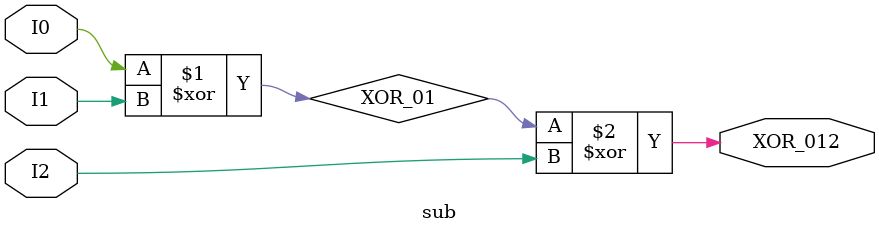
<source format=sv>
module test (input A, B, C, output X, Y);
	sub sub_inst (
		.I0(A),
		.I1(B),
		.I2(C),
		.XOR_012(X)
	);
	assign Y = sub_inst.XOR_01;
endmodule

module sub (input I0, I1, I2, output XOR_012);
	wire XOR_01 = I0 ^ I1;
	assign XOR_012 = XOR_01 ^ I2;
endmodule

</source>
